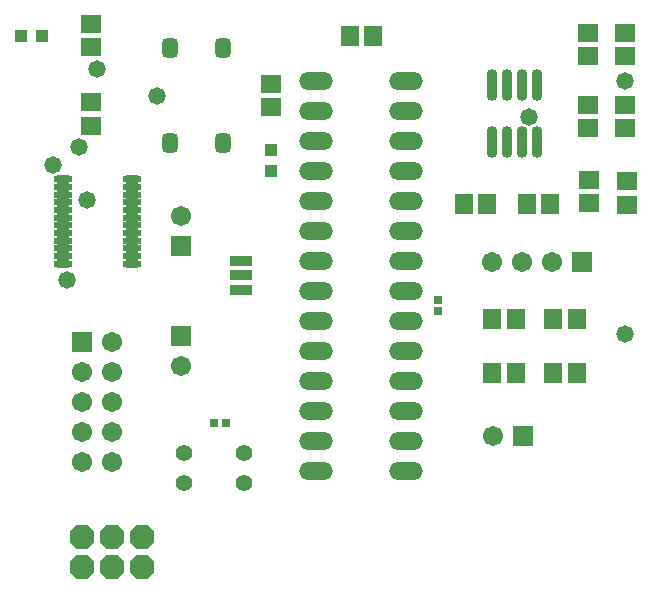
<source format=gts>
G04*
G04 #@! TF.GenerationSoftware,Altium Limited,Altium Designer,19.1.8 (144)*
G04*
G04 Layer_Color=8388736*
%FSLAX25Y25*%
%MOIN*%
G70*
G01*
G75*
%ADD22R,0.06312X0.06706*%
%ADD23R,0.06706X0.06312*%
%ADD24R,0.03162X0.02769*%
%ADD25R,0.03937X0.03937*%
%ADD26R,0.02769X0.03162*%
G04:AMPARAMS|DCode=27|XSize=65mil|YSize=53mil|CornerRadius=15.25mil|HoleSize=0mil|Usage=FLASHONLY|Rotation=90.000|XOffset=0mil|YOffset=0mil|HoleType=Round|Shape=RoundedRectangle|*
%AMROUNDEDRECTD27*
21,1,0.06500,0.02250,0,0,90.0*
21,1,0.03450,0.05300,0,0,90.0*
1,1,0.03050,0.01125,0.01725*
1,1,0.03050,0.01125,-0.01725*
1,1,0.03050,-0.01125,-0.01725*
1,1,0.03050,-0.01125,0.01725*
%
%ADD27ROUNDEDRECTD27*%
%ADD28R,0.03937X0.03937*%
%ADD29O,0.06312X0.02572*%
%ADD30R,0.07500X0.03600*%
%ADD31O,0.03556X0.10642*%
%ADD32O,0.11200X0.06000*%
%ADD33C,0.05524*%
%ADD34R,0.06706X0.06706*%
%ADD35C,0.06706*%
%ADD36P,0.08876X8X202.5*%
%ADD37R,0.06706X0.06706*%
%ADD38C,0.05800*%
D22*
X184063Y134000D02*
D03*
X191937D02*
D03*
X214000Y77500D02*
D03*
X221874D02*
D03*
X193626D02*
D03*
X201500D02*
D03*
X221874Y95500D02*
D03*
X214000D02*
D03*
X201500D02*
D03*
X193626D02*
D03*
X153937Y190000D02*
D03*
X146063D02*
D03*
X205063Y134000D02*
D03*
X212937D02*
D03*
D23*
X238000Y166937D02*
D03*
Y159063D02*
D03*
X225500D02*
D03*
Y166937D02*
D03*
X226000Y141937D02*
D03*
Y134063D02*
D03*
X60000Y160000D02*
D03*
Y167874D02*
D03*
Y186063D02*
D03*
Y193937D02*
D03*
X120000Y166063D02*
D03*
Y173937D02*
D03*
X225500Y183126D02*
D03*
Y191000D02*
D03*
X238000Y183063D02*
D03*
Y190937D02*
D03*
X238500Y141500D02*
D03*
Y133626D02*
D03*
D24*
X104937Y61000D02*
D03*
X101000D02*
D03*
D25*
X120000Y145000D02*
D03*
Y151693D02*
D03*
D26*
X175500Y98031D02*
D03*
Y101969D02*
D03*
D27*
X103858Y154252D02*
D03*
Y185787D02*
D03*
X86181Y154252D02*
D03*
Y185787D02*
D03*
D28*
X43346Y190000D02*
D03*
X36653D02*
D03*
D29*
X73614Y113925D02*
D03*
Y116484D02*
D03*
Y119043D02*
D03*
Y121602D02*
D03*
Y124161D02*
D03*
Y126720D02*
D03*
Y129280D02*
D03*
Y131839D02*
D03*
Y134398D02*
D03*
Y136957D02*
D03*
Y139516D02*
D03*
Y142075D02*
D03*
X50386Y113925D02*
D03*
Y116484D02*
D03*
Y119043D02*
D03*
Y121602D02*
D03*
Y124161D02*
D03*
Y126720D02*
D03*
Y129280D02*
D03*
Y131839D02*
D03*
Y134398D02*
D03*
Y136957D02*
D03*
Y139516D02*
D03*
Y142075D02*
D03*
D30*
X110000Y114762D02*
D03*
Y110038D02*
D03*
Y105238D02*
D03*
D31*
X208500Y173646D02*
D03*
X203500D02*
D03*
X198500D02*
D03*
X193500D02*
D03*
X208500Y154354D02*
D03*
X203500D02*
D03*
X198500D02*
D03*
X193500D02*
D03*
D32*
X135000Y175000D02*
D03*
Y165000D02*
D03*
Y155000D02*
D03*
Y145000D02*
D03*
Y135000D02*
D03*
Y125000D02*
D03*
Y115000D02*
D03*
Y105000D02*
D03*
Y95000D02*
D03*
Y85000D02*
D03*
Y75000D02*
D03*
Y65000D02*
D03*
Y55000D02*
D03*
Y45000D02*
D03*
X165000D02*
D03*
Y55000D02*
D03*
Y65000D02*
D03*
Y75000D02*
D03*
Y85000D02*
D03*
Y95000D02*
D03*
Y105000D02*
D03*
Y115000D02*
D03*
Y125000D02*
D03*
Y135000D02*
D03*
Y145000D02*
D03*
Y155000D02*
D03*
Y165000D02*
D03*
Y175000D02*
D03*
D33*
X111000Y41000D02*
D03*
Y51000D02*
D03*
X91000Y41000D02*
D03*
Y51000D02*
D03*
D34*
X90000Y90000D02*
D03*
Y120000D02*
D03*
X57000Y88000D02*
D03*
D35*
X90000Y80000D02*
D03*
Y130000D02*
D03*
X67000Y48000D02*
D03*
X57000D02*
D03*
X67000Y58000D02*
D03*
X57000D02*
D03*
X67000Y68000D02*
D03*
X57000D02*
D03*
X67000Y78000D02*
D03*
X57000D02*
D03*
X67000Y88000D02*
D03*
X193500Y114500D02*
D03*
X203500D02*
D03*
X213500D02*
D03*
X194000Y56500D02*
D03*
D36*
X77000Y23000D02*
D03*
Y13000D02*
D03*
X67000Y23000D02*
D03*
Y13000D02*
D03*
X57000Y23000D02*
D03*
Y13000D02*
D03*
D37*
X223500Y114500D02*
D03*
X204000Y56500D02*
D03*
D38*
X52000Y108600D02*
D03*
X62000Y179000D02*
D03*
X47200Y146900D02*
D03*
X56000Y152916D02*
D03*
X206000Y162900D02*
D03*
X238000Y175000D02*
D03*
X237700Y90500D02*
D03*
X58500Y135300D02*
D03*
X81900Y170000D02*
D03*
M02*

</source>
